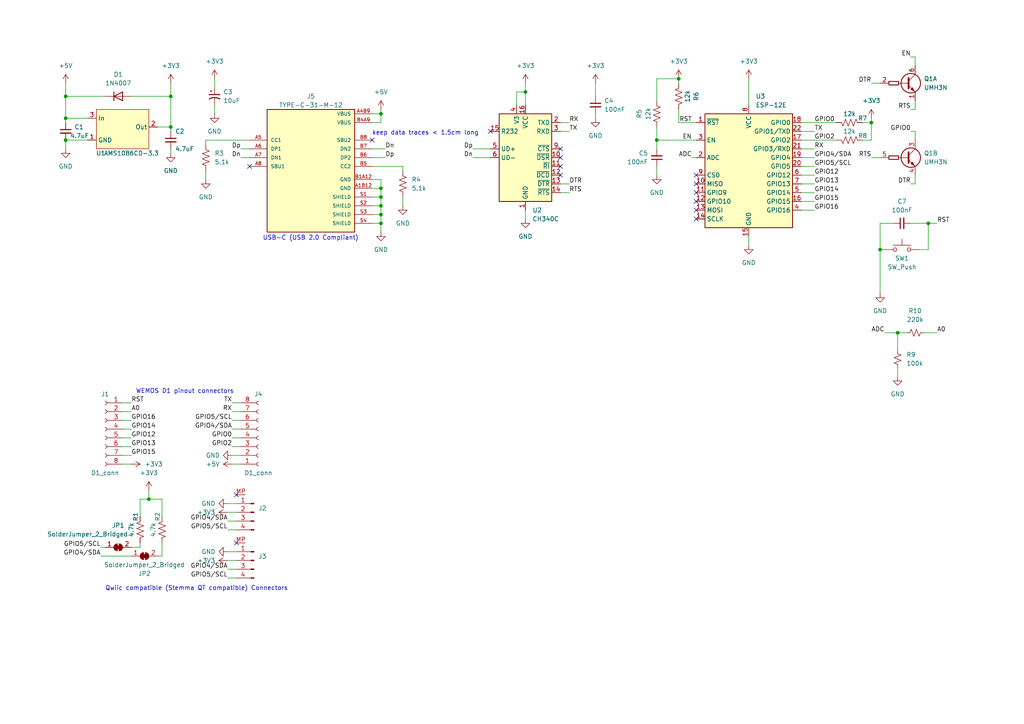
<source format=kicad_sch>
(kicad_sch (version 20211123) (generator eeschema)
  (paper "A4")
  (lib_symbols
    (symbol "Connector:Conn_01x08_Female" (pin_names (offset 1.016) hide)
      (property "Reference" "J" (at 0 10.16 0))
      (property "Value" "Conn_01x08_Female" (at 0 -12.7 0))
      (symbol "Conn_01x08_Female_1_1"
        (arc (start 0 -9.652) (mid -0.508 -10.16) (end 0 -10.668) (stroke (width 0.1524)))
        (arc (start 0 -7.112) (mid -0.508 -7.62) (end 0 -8.128) (stroke (width 0.1524)))
        (arc (start 0 -4.572) (mid -0.508 -5.08) (end 0 -5.588) (stroke (width 0.1524)))
        (arc (start 0 -2.032) (mid -0.508 -2.54) (end 0 -3.048) (stroke (width 0.1524)))
        (polyline (pts (xy -1.27 -10.16) (xy -0.508 -10.16)) (stroke (width 0.1524)))
        (polyline (pts (xy -1.27 -7.62) (xy -0.508 -7.62)) (stroke (width 0.1524)))
        (polyline (pts (xy -1.27 -5.08) (xy -0.508 -5.08)) (stroke (width 0.1524)))
        (polyline (pts (xy -1.27 -2.54) (xy -0.508 -2.54)) (stroke (width 0.1524)))
        (polyline (pts (xy -1.27 0) (xy -0.508 0)) (stroke (width 0.1524)))
        (polyline (pts (xy -1.27 2.54) (xy -0.508 2.54)) (stroke (width 0.1524)))
        (polyline (pts (xy -1.27 5.08) (xy -0.508 5.08)) (stroke (width 0.1524)))
        (polyline (pts (xy -1.27 7.62) (xy -0.508 7.62)) (stroke (width 0.1524)))
        (arc (start 0 0.508) (mid -0.508 0) (end 0 -0.508) (stroke (width 0.1524)))
        (arc (start 0 3.048) (mid -0.508 2.54) (end 0 2.032) (stroke (width 0.1524)))
        (arc (start 0 5.588) (mid -0.508 5.08) (end 0 4.572) (stroke (width 0.1524)))
        (arc (start 0 8.128) (mid -0.508 7.62) (end 0 7.112) (stroke (width 0.1524)))
        (pin passive line (at -5.08 7.62 0) (length 3.81) (name "Pin_1") (number "1"))
        (pin passive line (at -5.08 5.08 0) (length 3.81) (name "Pin_2") (number "2"))
        (pin passive line (at -5.08 2.54 0) (length 3.81) (name "Pin_3") (number "3"))
        (pin passive line (at -5.08 0 0) (length 3.81) (name "Pin_4") (number "4"))
        (pin passive line (at -5.08 -2.54 0) (length 3.81) (name "Pin_5") (number "5"))
        (pin passive line (at -5.08 -5.08 0) (length 3.81) (name "Pin_6") (number "6"))
        (pin passive line (at -5.08 -7.62 0) (length 3.81) (name "Pin_7") (number "7"))
        (pin passive line (at -5.08 -10.16 0) (length 3.81) (name "Pin_8") (number "8"))
      )
    )
    (symbol "Device:C_Polarized_Small_US" (pin_numbers hide) (pin_names (offset 0.254) hide)
      (property "Reference" "C" (at 0.254 1.778 0))
      (property "Value" "C_Polarized_Small_US" (at 0.254 -2.032 0))
      (symbol "C_Polarized_Small_US_0_1"
        (polyline (pts (xy -1.524 0.508) (xy 1.524 0.508)) (stroke (width 0.3048)))
        (polyline (pts (xy -1.27 1.524) (xy -0.762 1.524)))
        (polyline (pts (xy -1.016 1.27) (xy -1.016 1.778)))
        (arc (start 1.524 -0.762) (mid 0 -0.3734) (end -1.524 -0.762) (stroke (width 0.3048)))
      )
      (symbol "C_Polarized_Small_US_1_1"
        (pin passive line (at 0 2.54 270) (length 2.032) (name "~") (number "1"))
        (pin passive line (at 0 -2.54 90) (length 2.032) (name "~") (number "2"))
      )
    )
    (symbol "Device:C_Small" (pin_numbers hide) (pin_names (offset 0.254) hide)
      (property "Reference" "C" (at 0.254 1.778 0))
      (property "Value" "C_Small" (at 0.254 -2.032 0))
      (symbol "C_Small_0_1"
        (polyline (pts (xy -1.524 -0.508) (xy 1.524 -0.508)) (stroke (width 0.3302)))
        (polyline (pts (xy -1.524 0.508) (xy 1.524 0.508)) (stroke (width 0.3048)))
      )
      (symbol "C_Small_1_1"
        (pin passive line (at 0 2.54 270) (length 2.032) (name "~") (number "1"))
        (pin passive line (at 0 -2.54 90) (length 2.032) (name "~") (number "2"))
      )
    )
    (symbol "Device:R_Small_US" (pin_numbers hide) (pin_names (offset 0.254) hide)
      (property "Reference" "R" (at 0.762 0.508 0))
      (property "Value" "R_Small_US" (at 0.762 -1.016 0))
      (symbol "R_Small_US_1_1"
        (polyline (pts (xy 0 0) (xy 1.016 -0.381) (xy 0 -0.762) (xy -1.016 -1.143) (xy 0 -1.524)))
        (polyline (pts (xy 0 1.524) (xy 1.016 1.143) (xy 0 0.762) (xy -1.016 0.381) (xy 0 0)))
        (pin passive line (at 0 2.54 270) (length 1.016) (name "~") (number "1"))
        (pin passive line (at 0 -2.54 90) (length 1.016) (name "~") (number "2"))
      )
    )
    (symbol "Device:R_US" (pin_numbers hide) (pin_names (offset 0))
      (property "Reference" "R" (at 2.54 0 90))
      (property "Value" "R_US" (at -2.54 0 90))
      (symbol "R_US_0_1"
        (polyline (pts (xy 0 -2.286) (xy 0 -2.54)))
        (polyline (pts (xy 0 2.286) (xy 0 2.54)))
        (polyline (pts (xy 0 -0.762) (xy 1.016 -1.143) (xy 0 -1.524) (xy -1.016 -1.905) (xy 0 -2.286)))
        (polyline (pts (xy 0 0.762) (xy 1.016 0.381) (xy 0 0) (xy -1.016 -0.381) (xy 0 -0.762)))
        (polyline (pts (xy 0 2.286) (xy 1.016 1.905) (xy 0 1.524) (xy -1.016 1.143) (xy 0 0.762)))
      )
      (symbol "R_US_1_1"
        (pin passive line (at 0 3.81 270) (length 1.27) (name "~") (number "1"))
        (pin passive line (at 0 -3.81 90) (length 1.27) (name "~") (number "2"))
      )
    )
    (symbol "Diode:1N4007" (pin_numbers hide) (pin_names (offset 1.016) hide)
      (property "Reference" "D" (at 0 2.54 0))
      (property "Value" "1N4007" (at 0 -2.54 0))
      (symbol "1N4007_0_1"
        (polyline (pts (xy -1.27 1.27) (xy -1.27 -1.27)) (stroke (width 0.254)))
        (polyline (pts (xy 1.27 0) (xy -1.27 0)))
        (polyline (pts (xy 1.27 1.27) (xy 1.27 -1.27) (xy -1.27 0) (xy 1.27 1.27)) (stroke (width 0.254)))
      )
      (symbol "1N4007_1_1"
        (pin passive line (at -3.81 0 0) (length 2.54) (name "K") (number "1"))
        (pin passive line (at 3.81 0 180) (length 2.54) (name "A") (number "2"))
      )
    )
    (symbol "Interface_USB:CH340C"
      (property "Reference" "U" (at -5.08 13.97 0))
      (property "Value" "CH340C" (at 1.27 13.97 0))
      (symbol "CH340C_0_1"
        (rectangle (start -7.62 12.7) (end 7.62 -12.7) (stroke (width 0.254)) (fill (type background)))
      )
      (symbol "CH340C_1_1"
        (pin power_in line (at 0 -15.24 90) (length 2.54) (name "GND") (number "1"))
        (pin input line (at 10.16 0 180) (length 2.54) (name "~{DSR}") (number "10"))
        (pin input line (at 10.16 -2.54 180) (length 2.54) (name "~{RI}") (number "11"))
        (pin input line (at 10.16 -5.08 180) (length 2.54) (name "~{DCD}") (number "12"))
        (pin output line (at 10.16 -7.62 180) (length 2.54) (name "~{DTR}") (number "13"))
        (pin output line (at 10.16 -10.16 180) (length 2.54) (name "~{RTS}") (number "14"))
        (pin input line (at -10.16 7.62 0) (length 2.54) (name "R232") (number "15"))
        (pin power_in line (at 0 15.24 270) (length 2.54) (name "VCC") (number "16"))
        (pin output line (at 10.16 10.16 180) (length 2.54) (name "TXD") (number "2"))
        (pin input line (at 10.16 7.62 180) (length 2.54) (name "RXD") (number "3"))
        (pin passive line (at -2.54 15.24 270) (length 2.54) (name "V3") (number "4"))
        (pin bidirectional line (at -10.16 2.54 0) (length 2.54) (name "UD+") (number "5"))
        (pin bidirectional line (at -10.16 0 0) (length 2.54) (name "UD-") (number "6"))
        (pin no_connect line (at -7.62 -7.62 0) (length 2.54) hide (name "NC") (number "7"))
        (pin no_connect line (at -7.62 -10.16 0) (length 2.54) hide (name "NC") (number "8"))
        (pin input line (at 10.16 2.54 180) (length 2.54) (name "~{CTS}") (number "9"))
      )
    )
    (symbol "JST_SH-4_1" (pin_names (offset 1.016) hide)
      (property "Reference" "J2" (at 1.27 0.0001 0))
      (property "Value" "JST_SH-4_1" (at 1.27 -2.5399 0))
      (symbol "JST_SH-4_1_1_1"
        (polyline (pts (xy 1.27 -5.08) (xy 0.8636 -5.08)) (stroke (width 0.1524)))
        (polyline (pts (xy 1.27 -2.54) (xy 0.8636 -2.54)) (stroke (width 0.1524)))
        (polyline (pts (xy 1.27 0) (xy 0.8636 0)) (stroke (width 0.1524)))
        (polyline (pts (xy 1.27 2.54) (xy 0.8636 2.54)) (stroke (width 0.1524)))
        (rectangle (start 0.8636 -4.953) (end 0 -5.207) (stroke (width 0.1524)) (fill (type outline)))
        (rectangle (start 0.8636 -2.413) (end 0 -2.667) (stroke (width 0.1524)) (fill (type outline)))
        (rectangle (start 0.8636 0.127) (end 0 -0.127) (stroke (width 0.1524)) (fill (type outline)))
        (rectangle (start 0.8636 2.667) (end 0 2.413) (stroke (width 0.1524)) (fill (type outline)))
        (pin passive line (at 5.08 2.54 180) (length 3.81) (name "Pin_1") (number "1"))
        (pin passive line (at 5.08 0 180) (length 3.81) (name "Pin_2") (number "2"))
        (pin passive line (at 5.08 -2.54 180) (length 3.81) (name "Pin_3") (number "3"))
        (pin passive line (at 5.08 -5.08 180) (length 3.81) (name "Pin_4") (number "4"))
        (pin passive line (at 5.08 5.08 180) (length 2.54) (name "MP") (number "MP"))
      )
    )
    (symbol "Jumper:SolderJumper_2_Bridged" (pin_names (offset 0) hide)
      (property "Reference" "JP" (at 0 2.032 0))
      (property "Value" "SolderJumper_2_Bridged" (at 0 -2.54 0))
      (symbol "SolderJumper_2_Bridged_0_1"
        (rectangle (start -0.508 0.508) (end 0.508 -0.508) (fill (type outline)))
        (arc (start -0.254 1.016) (mid -1.27 0) (end -0.254 -1.016))
        (arc (start -0.254 1.016) (mid -1.27 0) (end -0.254 -1.016) (fill (type outline)))
        (polyline (pts (xy -0.254 1.016) (xy -0.254 -1.016)))
        (polyline (pts (xy 0.254 1.016) (xy 0.254 -1.016)))
        (arc (start 0.254 -1.016) (mid 1.27 0) (end 0.254 1.016))
        (arc (start 0.254 -1.016) (mid 1.27 0) (end 0.254 1.016) (fill (type outline)))
      )
      (symbol "SolderJumper_2_Bridged_1_1"
        (pin passive line (at -3.81 0 0) (length 2.54) (name "A") (number "1"))
        (pin passive line (at 3.81 0 180) (length 2.54) (name "B") (number "2"))
      )
    )
    (symbol "RF_Module:ESP-12E"
      (property "Reference" "U" (at -12.7 19.05 0))
      (property "Value" "ESP-12E" (at 12.7 19.05 0))
      (symbol "ESP-12E_0_1"
        (rectangle (start -12.7 17.78) (end 12.7 -15.24) (stroke (width 0.254)) (fill (type background)))
      )
      (symbol "ESP-12E_1_1"
        (pin input line (at -15.24 15.24 0) (length 2.54) (name "~{RST}") (number "1"))
        (pin bidirectional line (at -15.24 -2.54 0) (length 2.54) (name "MISO") (number "10"))
        (pin bidirectional line (at -15.24 -5.08 0) (length 2.54) (name "GPIO9") (number "11"))
        (pin bidirectional line (at -15.24 -7.62 0) (length 2.54) (name "GPIO10") (number "12"))
        (pin bidirectional line (at -15.24 -10.16 0) (length 2.54) (name "MOSI") (number "13"))
        (pin bidirectional line (at -15.24 -12.7 0) (length 2.54) (name "SCLK") (number "14"))
        (pin power_in line (at 0 -17.78 90) (length 2.54) (name "GND") (number "15"))
        (pin bidirectional line (at 15.24 -7.62 180) (length 2.54) (name "GPIO15") (number "16"))
        (pin bidirectional line (at 15.24 10.16 180) (length 2.54) (name "GPIO2") (number "17"))
        (pin bidirectional line (at 15.24 15.24 180) (length 2.54) (name "GPIO0") (number "18"))
        (pin bidirectional line (at 15.24 5.08 180) (length 2.54) (name "GPIO4") (number "19"))
        (pin input line (at -15.24 5.08 0) (length 2.54) (name "ADC") (number "2"))
        (pin bidirectional line (at 15.24 2.54 180) (length 2.54) (name "GPIO5") (number "20"))
        (pin bidirectional line (at 15.24 7.62 180) (length 2.54) (name "GPIO3/RXD") (number "21"))
        (pin bidirectional line (at 15.24 12.7 180) (length 2.54) (name "GPIO1/TXD") (number "22"))
        (pin input line (at -15.24 10.16 0) (length 2.54) (name "EN") (number "3"))
        (pin bidirectional line (at 15.24 -10.16 180) (length 2.54) (name "GPIO16") (number "4"))
        (pin bidirectional line (at 15.24 -5.08 180) (length 2.54) (name "GPIO14") (number "5"))
        (pin bidirectional line (at 15.24 0 180) (length 2.54) (name "GPIO12") (number "6"))
        (pin bidirectional line (at 15.24 -2.54 180) (length 2.54) (name "GPIO13") (number "7"))
        (pin power_in line (at 0 20.32 270) (length 2.54) (name "VCC") (number "8"))
        (pin input line (at -15.24 0 0) (length 2.54) (name "CS0") (number "9"))
      )
    )
    (symbol "Switch:SW_Push" (pin_numbers hide) (pin_names (offset 1.016) hide)
      (property "Reference" "SW" (at 1.27 2.54 0))
      (property "Value" "SW_Push" (at 0 -1.524 0))
      (symbol "SW_Push_0_1"
        (circle (center -2.032 0) (radius 0.508))
        (polyline (pts (xy 0 1.27) (xy 0 3.048)))
        (polyline (pts (xy 2.54 1.27) (xy -2.54 1.27)))
        (circle (center 2.032 0) (radius 0.508))
        (pin passive line (at -5.08 0 0) (length 2.54) (name "1") (number "1"))
        (pin passive line (at 5.08 0 180) (length 2.54) (name "2") (number "2"))
      )
    )
    (symbol "Transistor_BJT:UMH3N" (pin_names hide)
      (property "Reference" "Q" (at 7.62 1.27 0))
      (property "Value" "UMH3N" (at 7.62 -1.27 0))
      (symbol "UMH3N_0_1"
        (polyline (pts (xy 3.175 0) (xy 0.254 0)))
        (polyline (pts (xy 3.175 0.635) (xy 5.08 2.54)))
        (polyline (pts (xy 3.175 1.524) (xy 3.175 -1.524)) (stroke (width 0.508)))
        (polyline (pts (xy 3.175 -0.635) (xy 5.08 -2.54) (xy 5.08 -2.54)))
        (polyline (pts (xy 3.81 -1.778) (xy 4.318 -1.27) (xy 4.826 -2.286) (xy 3.81 -1.778) (xy 3.81 -1.778)) (fill (type outline)))
        (rectangle (start 0.254 0.508) (end -2.54 -0.508) (stroke (width 0.254)))
        (circle (center 3.81 0) (radius 2.8194) (stroke (width 0.254)))
      )
      (symbol "UMH3N_1_1"
        (pin passive line (at 5.08 -5.08 90) (length 2.54) (name "E1") (number "1"))
        (pin input line (at -5.08 0 0) (length 2.54) (name "B1") (number "2"))
        (pin passive line (at 5.08 5.08 270) (length 2.54) (name "C1") (number "6"))
      )
      (symbol "UMH3N_2_1"
        (pin passive line (at 5.08 5.08 270) (length 2.54) (name "C2") (number "3"))
        (pin passive line (at 5.08 -5.08 90) (length 2.54) (name "E2") (number "4"))
        (pin input line (at -5.08 0 0) (length 2.54) (name "B2") (number "5"))
      )
    )
    (symbol "cert-board-lib:AMS1086-3.3"
      (property "Reference" "U" (at -6.35 6.35 0))
      (property "Value" "AMS1086-3.3" (at 5.08 6.35 0))
      (symbol "AMS1086-3.3_0_1"
        (rectangle (start -7.62 5.08) (end 7.62 -6.35) (fill (type background)))
      )
      (symbol "AMS1086-3.3_1_1"
        (pin power_in line (at -10.16 -3.81 0) (length 2.54) (name "GND") (number "1"))
        (pin power_in line (at 10.16 0 180) (length 2.54) (name "Out") (number "2"))
        (pin power_in line (at -10.16 2.54 0) (length 2.54) (name "In") (number "3"))
      )
    )
    (symbol "cert-board-lib:JST_SH-4" (pin_names (offset 1.016) hide)
      (property "Reference" "J2" (at 1.27 0.0001 0))
      (property "Value" "JST_SH-4" (at 1.27 -2.5399 0))
      (symbol "JST_SH-4_1_1"
        (polyline (pts (xy 1.27 -5.08) (xy 0.8636 -5.08)) (stroke (width 0.1524)))
        (polyline (pts (xy 1.27 -2.54) (xy 0.8636 -2.54)) (stroke (width 0.1524)))
        (polyline (pts (xy 1.27 0) (xy 0.8636 0)) (stroke (width 0.1524)))
        (polyline (pts (xy 1.27 2.54) (xy 0.8636 2.54)) (stroke (width 0.1524)))
        (rectangle (start 0.8636 -4.953) (end 0 -5.207) (stroke (width 0.1524)) (fill (type outline)))
        (rectangle (start 0.8636 -2.413) (end 0 -2.667) (stroke (width 0.1524)) (fill (type outline)))
        (rectangle (start 0.8636 0.127) (end 0 -0.127) (stroke (width 0.1524)) (fill (type outline)))
        (rectangle (start 0.8636 2.667) (end 0 2.413) (stroke (width 0.1524)) (fill (type outline)))
        (pin passive line (at 5.08 2.54 180) (length 3.81) (name "Pin_1") (number "1"))
        (pin passive line (at 5.08 0 180) (length 3.81) (name "Pin_2") (number "2"))
        (pin passive line (at 5.08 -2.54 180) (length 3.81) (name "Pin_3") (number "3"))
        (pin passive line (at 5.08 -5.08 180) (length 3.81) (name "Pin_4") (number "4"))
        (pin passive line (at 5.08 5.08 180) (length 2.54) (name "MP") (number "MP"))
      )
    )
    (symbol "cert-board-lib:TYPE-C-31-M-12" (pin_names (offset 1.016))
      (property "Reference" "J5" (at 0 17.78 0))
      (property "Value" "TYPE-C-31-M-12" (at 0 15.24 0))
      (symbol "TYPE-C-31-M-12_0_0"
        (rectangle (start -12.7 13.97) (end 12.7 -21.59) (stroke (width 0.254)) (fill (type background)))
        (pin power_in line (at 17.78 -8.89 180) (length 5.08) (name "GND") (number "A1B12"))
        (pin power_in line (at 17.78 12.7 180) (length 5.08) (name "VBUS") (number "A4B9"))
        (pin bidirectional line (at -17.78 5.08 0) (length 5.08) (name "CC1") (number "A5"))
        (pin bidirectional line (at -17.78 2.54 0) (length 5.08) (name "DP1") (number "A6"))
        (pin bidirectional line (at -17.78 0 0) (length 5.08) (name "DN1") (number "A7"))
        (pin bidirectional line (at -17.78 -2.54 0) (length 5.08) (name "SBU1") (number "A8"))
        (pin power_in line (at 17.78 -6.35 180) (length 5.08) (name "GND") (number "B1A12"))
        (pin power_in line (at 17.78 10.16 180) (length 5.08) (name "VBUS") (number "B4A9"))
        (pin bidirectional line (at 17.78 -2.54 180) (length 5.08) (name "CC2") (number "B5"))
        (pin bidirectional line (at 17.78 0 180) (length 5.08) (name "DP2") (number "B6"))
        (pin bidirectional line (at 17.78 2.54 180) (length 5.08) (name "DN2") (number "B7"))
        (pin bidirectional line (at 17.78 5.08 180) (length 5.08) (name "SBU2") (number "B8"))
        (pin passive line (at 17.78 -11.43 180) (length 5.08) (name "SHIELD") (number "S1"))
        (pin passive line (at 17.78 -13.97 180) (length 5.08) (name "SHIELD") (number "S2"))
        (pin passive line (at 17.78 -16.51 180) (length 5.08) (name "SHIELD") (number "S3"))
        (pin passive line (at 17.78 -19.05 180) (length 5.08) (name "SHIELD") (number "S4"))
      )
    )
    (symbol "power:+3V3" (power) (pin_names (offset 0))
      (property "Value" "+3V3" (at 0 3.556 0))
      (symbol "+3V3_0_1"
        (polyline (pts (xy -0.762 1.27) (xy 0 2.54)))
        (polyline (pts (xy 0 0) (xy 0 2.54)))
        (polyline (pts (xy 0 2.54) (xy 0.762 1.27)))
      )
      (symbol "+3V3_1_1"
        (pin power_in line (at 0 0 90) (length 0) hide (name "+3V3") (number "1"))
      )
    )
    (symbol "power:+5V" (power) (pin_names (offset 0))
      (property "Value" "+5V" (at 0 3.556 0))
      (symbol "+5V_0_1"
        (polyline (pts (xy -0.762 1.27) (xy 0 2.54)))
        (polyline (pts (xy 0 0) (xy 0 2.54)))
        (polyline (pts (xy 0 2.54) (xy 0.762 1.27)))
      )
      (symbol "+5V_1_1"
        (pin power_in line (at 0 0 90) (length 0) hide (name "+5V") (number "1"))
      )
    )
    (symbol "power:GND" (power) (pin_names (offset 0))
      (property "Value" "GND" (at 0 -3.81 0))
      (symbol "GND_0_1"
        (polyline (pts (xy 0 0) (xy 0 -1.27) (xy 1.27 -1.27) (xy 0 -2.54) (xy -1.27 -1.27) (xy 0 -1.27)))
      )
      (symbol "GND_1_1"
        (pin power_in line (at 0 0 270) (length 0) hide (name "GND") (number "1"))
      )
    )
  )
  (junction (at 255.27 72.39))
  (junction (at 152.4 26.67))
  (junction (at 269.24 64.77))
  (junction (at 19.05 27.94))
  (junction (at 190.5 40.64))
  (junction (at 260.35 96.52))
  (junction (at 110.49 33.02))
  (junction (at 110.49 54.61))
  (junction (at 252.73 35.56))
  (junction (at 49.53 27.94))
  (junction (at 19.05 40.64))
  (junction (at 110.49 57.15))
  (junction (at 110.49 59.69))
  (junction (at 43.18 144.78))
  (junction (at 110.49 64.77))
  (junction (at 49.53 36.83))
  (junction (at 196.85 22.86))
  (junction (at 19.05 34.29))
  (junction (at 110.49 62.23))
  (no_connect (at 201.93 60.96))
  (no_connect (at 68.58 143.51))
  (no_connect (at 142.24 38.1))
  (no_connect (at 162.56 45.72))
  (no_connect (at 201.93 63.5))
  (no_connect (at 68.58 157.48))
  (no_connect (at 72.39 48.26))
  (no_connect (at 201.93 58.42))
  (no_connect (at 201.93 53.34))
  (no_connect (at 201.93 50.8))
  (no_connect (at 162.56 43.18))
  (no_connect (at 201.93 55.88))
  (no_connect (at 162.56 50.8))
  (no_connect (at 107.95 40.64))
  (no_connect (at 162.56 48.26))
  (wire (pts (xy 267.97 96.52) (xy 271.78 96.52)))
  (wire (pts (xy 49.53 43.18) (xy 49.53 44.45)))
  (wire (pts (xy 67.31 121.92) (xy 69.85 121.92)))
  (wire (pts (xy 149.86 30.48) (xy 149.86 26.67)))
  (wire (pts (xy 35.56 119.38) (xy 38.1 119.38)))
  (wire (pts (xy 66.04 148.59) (xy 68.58 148.59)))
  (wire (pts (xy 19.05 35.56) (xy 19.05 34.29)))
  (wire (pts (xy 260.35 101.6) (xy 260.35 96.52)))
  (wire (pts (xy 19.05 27.94) (xy 30.48 27.94)))
  (wire (pts (xy 255.27 72.39) (xy 256.54 72.39)))
  (wire (pts (xy 66.04 151.13) (xy 68.58 151.13)))
  (wire (pts (xy 265.43 38.1) (xy 265.43 40.64)))
  (wire (pts (xy 35.56 134.62) (xy 38.1 134.62)))
  (wire (pts (xy 217.17 68.58) (xy 217.17 71.12)))
  (wire (pts (xy 110.49 33.02) (xy 110.49 31.75)))
  (wire (pts (xy 66.04 165.1) (xy 68.58 165.1)))
  (wire (pts (xy 49.53 36.83) (xy 49.53 38.1)))
  (wire (pts (xy 35.56 121.92) (xy 38.1 121.92)))
  (wire (pts (xy 265.43 53.34) (xy 265.43 50.8)))
  (wire (pts (xy 172.72 33.02) (xy 172.72 34.29)))
  (wire (pts (xy 19.05 34.29) (xy 25.4 34.29)))
  (wire (pts (xy 107.95 62.23) (xy 110.49 62.23)))
  (wire (pts (xy 252.73 45.72) (xy 255.27 45.72)))
  (wire (pts (xy 67.31 129.54) (xy 69.85 129.54)))
  (wire (pts (xy 40.64 144.78) (xy 43.18 144.78)))
  (wire (pts (xy 110.49 52.07) (xy 110.49 54.61)))
  (wire (pts (xy 110.49 62.23) (xy 110.49 64.77)))
  (wire (pts (xy 264.16 64.77) (xy 269.24 64.77)))
  (wire (pts (xy 252.73 24.13) (xy 255.27 24.13)))
  (wire (pts (xy 149.86 26.67) (xy 152.4 26.67)))
  (wire (pts (xy 162.56 38.1) (xy 165.1 38.1)))
  (wire (pts (xy 250.19 35.56) (xy 252.73 35.56)))
  (wire (pts (xy 59.69 41.91) (xy 59.69 40.64)))
  (wire (pts (xy 107.95 35.56) (xy 110.49 35.56)))
  (wire (pts (xy 110.49 57.15) (xy 110.49 59.69)))
  (wire (pts (xy 107.95 33.02) (xy 110.49 33.02)))
  (wire (pts (xy 110.49 59.69) (xy 110.49 62.23)))
  (wire (pts (xy 19.05 27.94) (xy 19.05 34.29)))
  (wire (pts (xy 66.04 153.67) (xy 68.58 153.67)))
  (wire (pts (xy 260.35 96.52) (xy 262.89 96.52)))
  (wire (pts (xy 107.95 64.77) (xy 110.49 64.77)))
  (wire (pts (xy 190.5 36.83) (xy 190.5 40.64)))
  (wire (pts (xy 172.72 24.13) (xy 172.72 27.94)))
  (wire (pts (xy 38.1 158.75) (xy 40.64 158.75)))
  (wire (pts (xy 67.31 116.84) (xy 69.85 116.84)))
  (wire (pts (xy 107.95 57.15) (xy 110.49 57.15)))
  (wire (pts (xy 49.53 24.13) (xy 49.53 27.94)))
  (wire (pts (xy 69.85 43.18) (xy 72.39 43.18)))
  (wire (pts (xy 259.08 64.77) (xy 255.27 64.77)))
  (wire (pts (xy 265.43 16.51) (xy 265.43 19.05)))
  (wire (pts (xy 19.05 24.13) (xy 19.05 27.94)))
  (wire (pts (xy 107.95 48.26) (xy 116.84 48.26)))
  (wire (pts (xy 265.43 29.21) (xy 265.43 31.75)))
  (wire (pts (xy 43.18 142.24) (xy 43.18 144.78)))
  (wire (pts (xy 35.56 132.08) (xy 38.1 132.08)))
  (wire (pts (xy 67.31 124.46) (xy 69.85 124.46)))
  (wire (pts (xy 162.56 35.56) (xy 165.1 35.56)))
  (wire (pts (xy 46.99 161.29) (xy 46.99 157.48)))
  (wire (pts (xy 35.56 124.46) (xy 38.1 124.46)))
  (wire (pts (xy 162.56 55.88) (xy 165.1 55.88)))
  (wire (pts (xy 45.72 36.83) (xy 49.53 36.83)))
  (wire (pts (xy 116.84 57.15) (xy 116.84 59.69)))
  (wire (pts (xy 190.5 48.26) (xy 190.5 50.8)))
  (wire (pts (xy 67.31 134.62) (xy 69.85 134.62)))
  (wire (pts (xy 152.4 24.13) (xy 152.4 26.67)))
  (wire (pts (xy 265.43 31.75) (xy 264.16 31.75)))
  (wire (pts (xy 232.41 48.26) (xy 236.22 48.26)))
  (wire (pts (xy 252.73 40.64) (xy 252.73 35.56)))
  (wire (pts (xy 59.69 40.64) (xy 72.39 40.64)))
  (wire (pts (xy 232.41 53.34) (xy 236.22 53.34)))
  (wire (pts (xy 269.24 64.77) (xy 271.78 64.77)))
  (wire (pts (xy 107.95 45.72) (xy 111.76 45.72)))
  (wire (pts (xy 190.5 40.64) (xy 190.5 43.18)))
  (wire (pts (xy 29.21 158.75) (xy 30.48 158.75)))
  (wire (pts (xy 217.17 22.86) (xy 217.17 30.48)))
  (wire (pts (xy 62.23 30.48) (xy 62.23 33.02)))
  (wire (pts (xy 69.85 45.72) (xy 72.39 45.72)))
  (wire (pts (xy 190.5 40.64) (xy 201.93 40.64)))
  (wire (pts (xy 232.41 58.42) (xy 236.22 58.42)))
  (wire (pts (xy 110.49 54.61) (xy 110.49 57.15)))
  (wire (pts (xy 264.16 38.1) (xy 265.43 38.1)))
  (wire (pts (xy 252.73 35.56) (xy 252.73 34.29)))
  (wire (pts (xy 196.85 35.56) (xy 201.93 35.56)))
  (wire (pts (xy 260.35 106.68) (xy 260.35 109.22)))
  (wire (pts (xy 255.27 72.39) (xy 255.27 85.09)))
  (wire (pts (xy 66.04 160.02) (xy 68.58 160.02)))
  (wire (pts (xy 264.16 16.51) (xy 265.43 16.51)))
  (wire (pts (xy 255.27 64.77) (xy 255.27 72.39)))
  (wire (pts (xy 142.24 43.18) (xy 137.16 43.18)))
  (wire (pts (xy 40.64 158.75) (xy 40.64 157.48)))
  (wire (pts (xy 190.5 29.21) (xy 190.5 22.86)))
  (wire (pts (xy 116.84 48.26) (xy 116.84 49.53)))
  (wire (pts (xy 62.23 22.86) (xy 62.23 25.4)))
  (wire (pts (xy 266.7 72.39) (xy 269.24 72.39)))
  (wire (pts (xy 59.69 49.53) (xy 59.69 52.07)))
  (wire (pts (xy 142.24 45.72) (xy 137.16 45.72)))
  (wire (pts (xy 46.99 149.86) (xy 46.99 144.78)))
  (wire (pts (xy 232.41 60.96) (xy 236.22 60.96)))
  (wire (pts (xy 107.95 54.61) (xy 110.49 54.61)))
  (wire (pts (xy 19.05 40.64) (xy 19.05 43.18)))
  (wire (pts (xy 35.56 127) (xy 38.1 127)))
  (wire (pts (xy 66.04 167.64) (xy 68.58 167.64)))
  (wire (pts (xy 49.53 36.83) (xy 49.53 27.94)))
  (wire (pts (xy 66.04 146.05) (xy 68.58 146.05)))
  (wire (pts (xy 107.95 43.18) (xy 111.76 43.18)))
  (wire (pts (xy 66.04 162.56) (xy 68.58 162.56)))
  (wire (pts (xy 200.66 45.72) (xy 201.93 45.72)))
  (wire (pts (xy 232.41 50.8) (xy 236.22 50.8)))
  (wire (pts (xy 38.1 27.94) (xy 49.53 27.94)))
  (wire (pts (xy 67.31 119.38) (xy 69.85 119.38)))
  (wire (pts (xy 264.16 53.34) (xy 265.43 53.34)))
  (wire (pts (xy 232.41 38.1) (xy 236.22 38.1)))
  (wire (pts (xy 250.19 40.64) (xy 252.73 40.64)))
  (wire (pts (xy 269.24 72.39) (xy 269.24 64.77)))
  (wire (pts (xy 232.41 40.64) (xy 242.57 40.64)))
  (wire (pts (xy 232.41 55.88) (xy 236.22 55.88)))
  (wire (pts (xy 110.49 35.56) (xy 110.49 33.02)))
  (wire (pts (xy 162.56 53.34) (xy 165.1 53.34)))
  (wire (pts (xy 190.5 22.86) (xy 196.85 22.86)))
  (wire (pts (xy 107.95 59.69) (xy 110.49 59.69)))
  (wire (pts (xy 232.41 35.56) (xy 242.57 35.56)))
  (wire (pts (xy 256.54 96.52) (xy 260.35 96.52)))
  (wire (pts (xy 196.85 22.86) (xy 196.85 24.13)))
  (wire (pts (xy 152.4 60.96) (xy 152.4 63.5)))
  (wire (pts (xy 29.21 161.29) (xy 38.1 161.29)))
  (wire (pts (xy 232.41 45.72) (xy 236.22 45.72)))
  (wire (pts (xy 152.4 26.67) (xy 152.4 30.48)))
  (wire (pts (xy 35.56 129.54) (xy 38.1 129.54)))
  (wire (pts (xy 45.72 161.29) (xy 46.99 161.29)))
  (wire (pts (xy 40.64 149.86) (xy 40.64 144.78)))
  (wire (pts (xy 19.05 40.64) (xy 25.4 40.64)))
  (wire (pts (xy 196.85 31.75) (xy 196.85 35.56)))
  (wire (pts (xy 232.41 43.18) (xy 236.22 43.18)))
  (wire (pts (xy 110.49 64.77) (xy 110.49 67.31)))
  (wire (pts (xy 67.31 132.08) (xy 69.85 132.08)))
  (wire (pts (xy 46.99 144.78) (xy 43.18 144.78)))
  (wire (pts (xy 107.95 52.07) (xy 110.49 52.07)))
  (wire (pts (xy 67.31 127) (xy 69.85 127)))
  (wire (pts (xy 35.56 116.84) (xy 38.1 116.84)))
  (text "USB-C (USB 2.0 Compliant)" (at 76.2 69.85 0) (effects (font (size 1.27 1.27)) (justify left bottom)))
  (text "keep data traces < 1.5cm long" (at 107.95 39.37 0) (effects (font (size 1.27 1.27)) (justify left bottom)))
  (text "Qwiic compatible (Stemma QT compatible) Connectors" (at 30.48 171.45 0) (effects (font (size 1.27 1.27)) (justify left bottom)))
  (text "WEMOS D1 pinout connectors" (at 39.37 114.3 0) (effects (font (size 1.27 1.27)) (justify left bottom)))
  (label "RTS" (at 165.1 55.88 0))
  (label "GPIO14" (at 38.1 124.46 0))
  (label "DTR" (at 252.73 24.13 180))
  (label "GPIO2" (at 67.31 129.54 180))
  (label "GPIO0" (at 264.16 38.1 180))
  (label "A0" (at 38.1 119.38 0))
  (label "GPIO5{slash}SCL" (at 66.04 167.64 180))
  (label "GPIO15" (at 236.22 58.42 0))
  (label "GPIO2" (at 236.22 40.64 0))
  (label "GPIO15" (at 38.1 132.08 0))
  (label "GPIO4{slash}SDA" (at 66.04 165.1 180))
  (label "RST" (at 200.66 35.56 180))
  (label "GPIO4{slash}SDA" (at 67.31 124.46 180))
  (label "RX" (at 67.31 119.38 180))
  (label "ADC" (at 256.54 96.52 180))
  (label "GPIO0" (at 236.22 35.56 0))
  (label "Dn" (at 111.76 43.18 0))
  (label "Dn" (at 137.16 45.72 180))
  (label "GPIO14" (at 236.22 55.88 0))
  (label "GPIO5{slash}SCL" (at 236.22 48.26 0))
  (label "GPIO16" (at 38.1 121.92 0))
  (label "GPIO5{slash}SCL" (at 29.21 158.75 180))
  (label "RTS" (at 252.73 45.72 180))
  (label "RST" (at 271.78 64.77 0))
  (label "ADC" (at 200.66 45.72 180))
  (label "EN" (at 264.16 16.51 180))
  (label "Dp" (at 69.85 43.18 180))
  (label "GPIO4{slash}SDA" (at 236.22 45.72 0))
  (label "GPIO5{slash}SCL" (at 66.04 153.67 180))
  (label "GPIO12" (at 38.1 127 0))
  (label "GPIO13" (at 236.22 53.34 0))
  (label "DTR" (at 165.1 53.34 0))
  (label "Dp" (at 111.76 45.72 0))
  (label "RST" (at 38.1 116.84 0))
  (label "TX" (at 165.1 38.1 0))
  (label "DTR" (at 264.16 53.34 180))
  (label "GPIO16" (at 236.22 60.96 0))
  (label "GPIO5{slash}SCL" (at 67.31 121.92 180))
  (label "RX" (at 236.22 43.18 0))
  (label "GPIO4{slash}SDA" (at 66.04 151.13 180))
  (label "TX" (at 236.22 38.1 0))
  (label "TX" (at 67.31 116.84 180))
  (label "GPIO13" (at 38.1 129.54 0))
  (label "GPIO12" (at 236.22 50.8 0))
  (label "Dn" (at 69.85 45.72 180))
  (label "A0" (at 271.78 96.52 0))
  (label "RTS" (at 264.16 31.75 180))
  (label "RX" (at 165.1 35.56 0))
  (label "Dp" (at 137.16 43.18 180))
  (label "GPIO4{slash}SDA" (at 29.21 161.29 180))
  (label "GPIO0" (at 67.31 127 180))
  (label "EN" (at 200.66 40.64 180))
  (symbol (lib_id "power:GND") (at 255.27 85.09 0) (unit 1)
    (property "Reference" "#PWR032" (effects hide))
    (property "Value" "GND" (at 255.27 90.17 0))
  )
  (symbol (lib_id "power:GND") (at 59.69 52.07 0) (unit 1)
    (property "Reference" "#PWR07" (effects hide))
    (property "Value" "GND" (at 59.69 57.15 0))
  )
  (symbol (lib_id "RF_Module:ESP-12E") (at 217.17 50.8 0) (unit 1)
    (property "Reference" "U3" (at 219.1894 27.94 0) (effects (justify left)))
    (property "Value" "ESP-12E" (at 219.1894 30.48 0) (effects (justify left)))
    (property "Footprint" "RF_Module:ESP-12E" (effects hide))
    (property "Datasheet" "http://wiki.ai-thinker.com/_media/esp8266/esp8266_series_modules_user_manual_v1.1.pdf" (effects hide))
    (property "LCSC" "C89297" (effects hide))
  )
  (symbol (lib_id "cert-board-lib:AMS1086-3.3") (at 35.56 36.83 0) (unit 1)
    (property "Reference" "U1" (at 29.21 44.45 0))
    (property "Value" "AMS1086CD-3.3" (at 38.1 44.45 0))
    (property "Footprint" "Package_TO_SOT_SMD:TO-252-2" (effects hide))
    (property "LCSC" "C14241" (effects hide))
  )
  (symbol (lib_id "Device:R_US") (at 116.84 53.34 0) (unit 1)
    (property "Reference" "R4" (at 119.38 52.0699 0) (effects (justify left)))
    (property "Value" "5.1k" (at 119.38 54.6099 0) (effects (justify left)))
    (property "Footprint" "Resistor_SMD:R_0805_2012Metric" (effects hide))
    (property "LCSC" "C27834" (effects hide))
  )
  (symbol (lib_id "power:GND") (at 190.5 50.8 0) (unit 1)
    (property "Reference" "#PWR023" (effects hide))
    (property "Value" "GND" (at 190.5 55.88 0))
  )
  (symbol (lib_id "power:+5V") (at 19.05 24.13 0) (unit 1)
    (property "Reference" "#PWR01" (effects hide))
    (property "Value" "+5V" (at 19.05 19.05 0))
  )
  (symbol (lib_id "Device:R_US") (at 46.99 153.67 0) (mirror y) (unit 1)
    (property "Reference" "R2" (at 45.72 149.86 90))
    (property "Value" "4.7k" (at 44.45 153.67 90))
    (property "Footprint" "Resistor_SMD:R_0805_2012Metric" (effects hide))
    (property "LCSC" "C17673" (effects hide))
  )
  (symbol (lib_id "power:+3V3") (at 217.17 22.86 0) (unit 1)
    (property "Reference" "#PWR029" (effects hide))
    (property "Value" "+3V3" (at 217.17 17.78 0))
  )
  (symbol (lib_id "Device:R_US") (at 59.69 45.72 0) (unit 1)
    (property "Reference" "R3" (at 62.23 44.4499 0) (effects (justify left)))
    (property "Value" "5.1k" (at 62.23 46.9899 0) (effects (justify left)))
    (property "Footprint" "Resistor_SMD:R_0805_2012Metric" (effects hide))
    (property "LCSC" "C27834" (effects hide))
  )
  (symbol (lib_id "power:+3V3") (at 62.23 22.86 0) (unit 1)
    (property "Reference" "#PWR08" (effects hide))
    (property "Value" "+3V3" (at 62.23 17.78 0))
  )
  (symbol (lib_id "power:GND") (at 152.4 63.5 0) (unit 1)
    (property "Reference" "#PWR020" (effects hide))
    (property "Value" "GND" (at 152.4 68.58 0))
  )
  (symbol (lib_id "Device:C_Polarized_Small_US") (at 62.23 27.94 0) (unit 1)
    (property "Reference" "C3" (at 64.77 26.6762 0) (effects (justify left)))
    (property "Value" "10uF" (at 64.77 29.2162 0) (effects (justify left)))
    (property "Footprint" "Capacitor_Tantalum_SMD:CP_EIA-3216-18_Kemet-A" (effects hide))
    (property "PN" "FG28X5R1E475KRT06" (effects hide))
    (property "LCSC" "C7171" (effects hide))
  )
  (symbol (lib_id "Device:R_US") (at 246.38 35.56 270) (mirror x) (unit 1)
    (property "Reference" "R7" (at 250.19 34.29 90))
    (property "Value" "12k" (at 246.38 33.02 90))
    (property "Footprint" "Resistor_SMD:R_0805_2012Metric" (effects hide))
    (property "LCSC" "C17444" (effects hide))
  )
  (symbol (lib_id "cert-board-lib:TYPE-C-31-M-12") (at 90.17 45.72 0) (unit 1)
    (property "Reference" "J5" (at 90.17 27.94 0))
    (property "Value" "TYPE-C-31-M-12" (at 90.17 30.48 0))
    (property "Footprint" "cert-board:HRO_TYPE-C-31-M-12" (effects hide))
    (property "MAXIMUM_PACKAGE_HEIGHT" "3.31mm" (effects hide))
    (property "PARTREV" "A" (effects hide))
    (property "MANUFACTURER" "HRO Electronics" (effects hide))
    (property "STANDARD" "Manufacturer Recommendations" (effects hide))
    (property "LCSC" "C165948" (effects hide))
  )
  (symbol (lib_id "Connector:Conn_01x08_Female") (at 30.48 124.46 0) (mirror y) (unit 1)
    (property "Reference" "J1" (at 30.48 114.3 0))
    (property "Value" "D1_conn" (at 30.48 137.16 0))
    (property "Footprint" "Connector_PinSocket_2.54mm:PinSocket_1x08_P2.54mm_Vertical" (effects hide))
  )
  (symbol (lib_id "Interface_USB:CH340C") (at 152.4 45.72 0) (unit 1)
    (property "Reference" "U2" (at 154.4194 60.96 0) (effects (justify left)))
    (property "Value" "CH340C" (at 154.4194 63.5 0) (effects (justify left)))
    (property "Footprint" "Package_SO:SOIC-16_3.9x9.9mm_P1.27mm" (effects hide))
    (property "Datasheet" "https://datasheet.lcsc.com/szlcsc/Jiangsu-Qin-Heng-CH340C_C84681.pdf" (effects hide))
    (property "LCSC" "C84681" (effects hide))
  )
  (symbol (lib_id "power:GND") (at 19.05 43.18 0) (unit 1)
    (property "Reference" "#PWR02" (effects hide))
    (property "Value" "GND" (at 19.05 48.26 0))
  )
  (symbol (lib_id "power:GND") (at 49.53 44.45 0) (unit 1)
    (property "Reference" "#PWR06" (effects hide))
    (property "Value" "GND" (at 49.53 49.53 0))
  )
  (symbol (lib_id "Device:C_Small") (at 190.5 45.72 0) (mirror x) (unit 1)
    (property "Reference" "C5" (at 187.96 44.4435 0) (effects (justify right)))
    (property "Value" "100nF" (at 187.96 46.9835 0) (effects (justify right)))
    (property "Footprint" "Capacitor_SMD:C_0603_1608Metric" (effects hide))
    (property "PN" "FG28X5R1E475KRT06" (effects hide))
    (property "LCSC" "C14663" (effects hide))
  )
  (symbol (lib_id "Diode:1N4007") (at 34.29 27.94 0) (unit 1)
    (property "Reference" "D1" (at 34.29 21.59 0))
    (property "Value" "1N4007" (at 34.29 24.13 0))
    (property "Footprint" "Diode_SMD:D_SMA" (effects hide))
    (property "LCSC" "C727081" (effects hide))
  )
  (symbol (lib_id "Jumper:SolderJumper_2_Bridged") (at 34.29 158.75 0) (unit 1)
    (property "Reference" "JP1" (at 34.29 152.4 0))
    (property "Value" "SolderJumper_2_Bridged" (at 25.4 154.94 0))
    (property "Footprint" "Jumper:SolderJumper-2_P1.3mm_Bridged_RoundedPad1.0x1.5mm" (effects hide))
  )
  (symbol (lib_id "power:GND") (at 116.84 59.69 0) (unit 1)
    (property "Reference" "#PWR018" (effects hide))
    (property "Value" "GND" (at 116.84 64.77 0))
  )
  (symbol (lib_id "power:GND") (at 66.04 160.02 270) (unit 1)
    (property "Reference" "#PWR012" (effects hide))
    (property "Value" "GND" (at 58.42 160.02 90) (effects (justify left)))
  )
  (symbol (lib_id "Device:R_Small_US") (at 260.35 104.14 0) (unit 1)
    (property "Reference" "R9" (at 262.89 102.8699 0) (effects (justify left)))
    (property "Value" "100k" (at 262.89 105.4099 0) (effects (justify left)))
    (property "Footprint" "Resistor_SMD:R_0805_2012Metric" (effects hide))
    (property "LCSC" "C149504" (effects hide))
  )
  (symbol (lib_id "power:+5V") (at 110.49 31.75 0) (unit 1)
    (property "Reference" "#PWR016" (effects hide))
    (property "Value" "+5V" (at 110.49 26.67 0))
  )
  (symbol (lib_id "power:GND") (at 172.72 34.29 0) (unit 1)
    (property "Reference" "#PWR022" (effects hide))
    (property "Value" "GND" (at 172.72 39.37 0))
  )
  (symbol (lib_name "JST_SH-4_1") (lib_id "cert-board-lib:JST_SH-4") (at 73.66 148.59 0) (mirror y) (unit 1)
    (property "Reference" "J2" (at 74.93 147.4215 0) (effects (justify right)))
    (property "Footprint" "Connector_JST:JST_SH_BM04B-SRSS-TB_1x04-1MP_P1.00mm_Vertical" (effects hide))
    (property "LCSC" "C145956" (effects hide))
  )
  (symbol (lib_id "power:+3V3") (at 252.73 34.29 0) (mirror y) (unit 1)
    (property "Reference" "#PWR031" (effects hide))
    (property "Value" "+3V3" (at 252.73 29.21 0))
  )
  (symbol (lib_id "Device:C_Small") (at 172.72 30.48 0) (unit 1)
    (property "Reference" "C4" (at 175.26 29.2162 0) (effects (justify left)))
    (property "Value" "100nF" (at 175.26 31.7562 0) (effects (justify left)))
    (property "Footprint" "Capacitor_SMD:C_0603_1608Metric" (effects hide))
    (property "PN" "FG28X5R1E475KRT06" (effects hide))
    (property "LCSC" "C14663" (effects hide))
  )
  (symbol (lib_id "Device:R_US") (at 246.38 40.64 270) (mirror x) (unit 1)
    (property "Reference" "R8" (at 250.19 39.37 90))
    (property "Value" "12k" (at 246.38 38.1 90))
    (property "Footprint" "Resistor_SMD:R_0805_2012Metric" (effects hide))
    (property "LCSC" "C17444" (effects hide))
  )
  (symbol (lib_id "power:+3V3") (at 196.85 22.86 0) (unit 1)
    (property "Reference" "#PWR024" (effects hide))
    (property "Value" "+3V3" (at 196.85 17.78 0))
  )
  (symbol (lib_id "power:GND") (at 260.35 109.22 0) (unit 1)
    (property "Reference" "#PWR033" (effects hide))
    (property "Value" "GND" (at 260.35 114.3 0))
  )
  (symbol (lib_id "Device:R_US") (at 196.85 27.94 0) (mirror y) (unit 1)
    (property "Reference" "R6" (at 201.93 27.94 90))
    (property "Value" "12k" (at 199.39 27.94 90))
    (property "Footprint" "Resistor_SMD:R_0805_2012Metric" (effects hide))
    (property "LCSC" "C17444" (effects hide))
  )
  (symbol (lib_id "Device:R_US") (at 190.5 33.02 0) (unit 1)
    (property "Reference" "R5" (at 185.42 33.02 90))
    (property "Value" "12k" (at 187.96 33.02 90))
    (property "Footprint" "Resistor_SMD:R_0805_2012Metric" (effects hide))
    (property "LCSC" "C17444" (effects hide))
  )
  (symbol (lib_id "cert-board-lib:JST_SH-4") (at 73.66 162.56 0) (mirror y) (unit 1)
    (property "Reference" "J3" (at 74.93 161.3915 0) (effects (justify right)))
    (property "Footprint" "Connector_JST:JST_SH_BM04B-SRSS-TB_1x04-1MP_P1.00mm_Vertical" (effects hide))
    (property "LCSC" "C145956" (effects hide))
  )
  (symbol (lib_id "power:GND") (at 217.17 71.12 0) (unit 1)
    (property "Reference" "#PWR030" (effects hide))
    (property "Value" "GND" (at 217.17 76.2 0))
  )
  (symbol (lib_id "power:+3V3") (at 66.04 162.56 90) (mirror x) (unit 1)
    (property "Reference" "#PWR013" (effects hide))
    (property "Value" "+3V3" (at 57.15 162.56 90) (effects (justify right)))
  )
  (symbol (lib_id "power:+3V3") (at 66.04 148.59 90) (mirror x) (unit 1)
    (property "Reference" "#PWR011" (effects hide))
    (property "Value" "+3V3" (at 57.15 148.59 90) (effects (justify right)))
  )
  (symbol (lib_id "Device:C_Small") (at 19.05 38.1 0) (unit 1)
    (property "Reference" "C1" (at 21.59 36.8362 0) (effects (justify left)))
    (property "Value" "4.7uF" (at 20.32 39.37 0) (effects (justify left)))
    (property "Footprint" "Capacitor_SMD:C_0603_1608Metric" (effects hide))
    (property "PN" "FG28X5R1E475KRT06" (effects hide))
    (property "LCSC" "C19666" (effects hide))
  )
  (symbol (lib_id "power:+3V3") (at 38.1 134.62 270) (unit 1)
    (property "Reference" "#PWR03" (effects hide))
    (property "Value" "+3V3" (at 41.91 134.6199 90) (effects (justify left)))
  )
  (symbol (lib_id "power:+5V") (at 67.31 134.62 90) (mirror x) (unit 1)
    (property "Reference" "#PWR015" (effects hide))
    (property "Value" "+5V" (at 59.69 134.62 90) (effects (justify right)))
  )
  (symbol (lib_id "Device:R_US") (at 40.64 153.67 0) (mirror y) (unit 1)
    (property "Reference" "R1" (at 39.37 149.86 90))
    (property "Value" "4.7k" (at 38.1 153.67 90))
    (property "Footprint" "Resistor_SMD:R_0805_2012Metric" (effects hide))
    (property "LCSC" "C17673" (effects hide))
  )
  (symbol (lib_id "Device:R_Small_US") (at 265.43 96.52 270) (unit 1)
    (property "Reference" "R10" (at 265.43 90.17 90))
    (property "Value" "220k" (at 265.43 92.71 90))
    (property "Footprint" "Resistor_SMD:R_0805_2012Metric" (effects hide))
    (property "LCSC" "C17556" (effects hide))
  )
  (symbol (lib_id "power:+3V3") (at 49.53 24.13 0) (unit 1)
    (property "Reference" "#PWR05" (effects hide))
    (property "Value" "+3V3" (at 49.53 19.05 0))
  )
  (symbol (lib_id "power:+3V3") (at 43.18 142.24 0) (unit 1)
    (property "Reference" "#PWR04" (effects hide))
    (property "Value" "+3V3" (at 43.18 137.16 0))
  )
  (symbol (lib_id "Switch:SW_Push") (at 261.62 72.39 0) (unit 1)
    (property "Reference" "SW1" (at 261.62 74.93 0))
    (property "Value" "SW_Push" (at 261.62 77.47 0))
    (property "Footprint" "Button_Switch_SMD:SW_SPST_SKQG_WithStem" (effects hide))
    (property "LCSC" "C318884" (effects hide))
  )
  (symbol (lib_id "power:GND") (at 67.31 132.08 270) (unit 1)
    (property "Reference" "#PWR014" (effects hide))
    (property "Value" "GND" (at 59.69 132.08 90) (effects (justify left)))
  )
  (symbol (lib_id "power:GND") (at 62.23 33.02 0) (unit 1)
    (property "Reference" "#PWR09" (effects hide))
    (property "Value" "GND" (at 62.23 38.1 0))
  )
  (symbol (lib_id "power:+3V3") (at 172.72 24.13 0) (unit 1)
    (property "Reference" "#PWR021" (effects hide))
    (property "Value" "+3V3" (at 172.72 19.05 0))
  )
  (symbol (lib_id "Device:C_Small") (at 49.53 40.64 0) (unit 1)
    (property "Reference" "C2" (at 50.8 38.1 0) (effects (justify left)))
    (property "Value" "4.7uF" (at 50.8 43.18 0) (effects (justify left)))
    (property "Footprint" "Capacitor_SMD:C_0603_1608Metric" (effects hide))
    (property "PN" "FG28X5R1E475KRT06" (effects hide))
    (property "LCSC" "C19666" (effects hide))
  )
  (symbol (lib_id "Jumper:SolderJumper_2_Bridged") (at 41.91 161.29 0) (mirror x) (unit 1)
    (property "Reference" "JP2" (at 41.91 166.37 0))
    (property "Value" "SolderJumper_2_Bridged" (at 41.91 163.83 0))
    (property "Footprint" "Jumper:SolderJumper-2_P1.3mm_Bridged_RoundedPad1.0x1.5mm" (effects hide))
  )
  (symbol (lib_id "power:+3V3") (at 152.4 24.13 0) (unit 1)
    (property "Reference" "#PWR019" (effects hide))
    (property "Value" "+3V3" (at 152.4 19.05 0))
  )
  (symbol (lib_id "Connector:Conn_01x08_Female") (at 74.93 127 0) (mirror x) (unit 1)
    (property "Reference" "J4" (at 74.93 114.3 0))
    (property "Value" "D1_conn" (at 74.93 137.16 0))
    (property "Footprint" "Connector_PinSocket_2.54mm:PinSocket_1x08_P2.54mm_Vertical" (effects hide))
  )
  (symbol (lib_id "power:GND") (at 66.04 146.05 270) (unit 1)
    (property "Reference" "#PWR010" (effects hide))
    (property "Value" "GND" (at 58.42 146.05 90) (effects (justify left)))
  )
  (symbol (lib_id "Device:C_Small") (at 261.62 64.77 90) (unit 1)
    (property "Reference" "C7" (at 261.6263 58.42 90))
    (property "Value" "100nF" (at 261.6263 60.96 90))
    (property "Footprint" "Capacitor_SMD:C_0603_1608Metric" (effects hide))
    (property "PN" "FG28X5R1E475KRT06" (effects hide))
    (property "LCSC" "C14663" (effects hide))
  )
  (symbol (lib_id "power:GND") (at 110.49 67.31 0) (unit 1)
    (property "Reference" "#PWR017" (effects hide))
    (property "Value" "GND" (at 110.49 72.39 0))
  )
  (symbol (lib_id "Transistor_BJT:UMH3N") (at 260.35 45.72 0) (unit 2)
    (property "Reference" "Q1" (at 267.97 44.4499 0) (effects (justify left)))
    (property "Value" "UMH3N" (at 267.97 46.9899 0) (effects (justify left)))
    (property "Footprint" "Package_TO_SOT_SMD:SOT-363_SC-70-6" (effects hide))
    (property "Datasheet" "http://rohmfs.rohm.com/en/products/databook/datasheet/discrete/transistor/digital/emh3t2r-e.pdf" (effects hide))
    (property "LCSC" "C62892" (effects hide))
  )
  (symbol (lib_id "Transistor_BJT:UMH3N") (at 260.35 24.13 0) (unit 1)
    (property "Reference" "Q1" (at 267.97 22.8599 0) (effects (justify left)))
    (property "Value" "UMH3N" (at 267.97 25.3999 0) (effects (justify left)))
    (property "Footprint" "Package_TO_SOT_SMD:SOT-363_SC-70-6" (effects hide))
    (property "Datasheet" "http://rohmfs.rohm.com/en/products/databook/datasheet/discrete/transistor/digital/emh3t2r-e.pdf" (effects hide))
    (property "LCSC" "C62892" (effects hide))
  )
)
</source>
